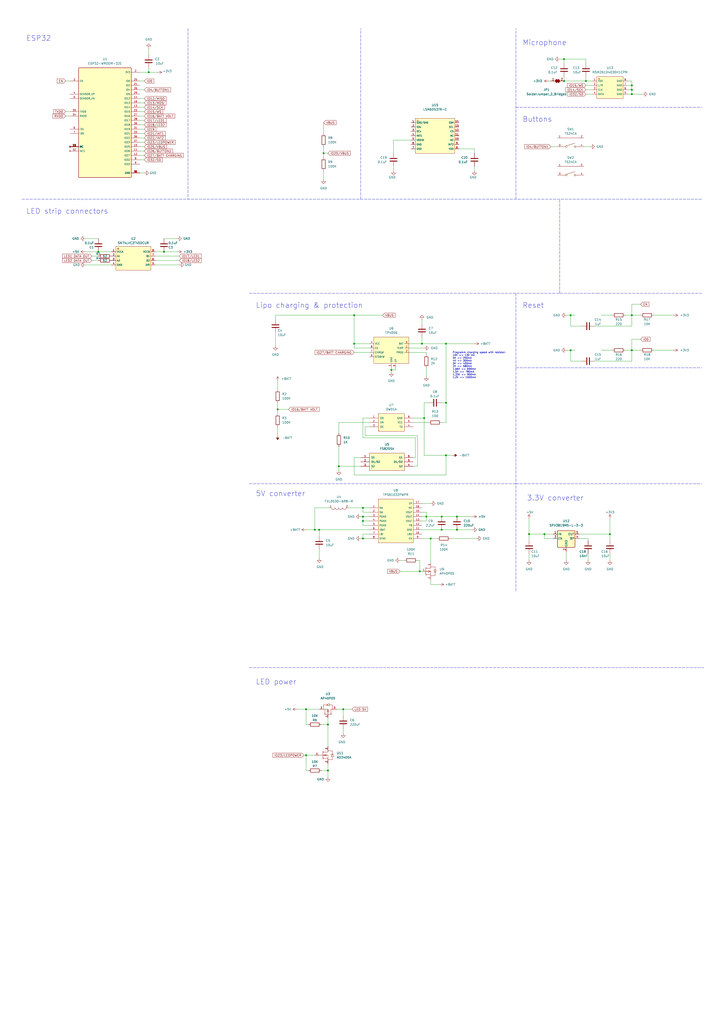
<source format=kicad_sch>
(kicad_sch (version 20211123) (generator eeschema)
  (paper "A2" portrait)
  (junction (at 210.82 312.42))
  (junction (at 243.84 331.47))
  (junction (at 327.66 34.29))
  (junction (at 227.33 214.63))
  (junction (at 340.36 46.99))
  (junction (at 354.33 309.88))
  (junction (at 367.03 203.2))
  (junction (at 259.08 264.16))
  (junction (at 86.36 41.91))
  (junction (at 256.54 299.72))
  (junction (at 190.5 420.37))
  (junction (at 190.5 447.04))
  (junction (at 256.54 307.34))
  (junction (at 367.03 182.88))
  (junction (at 331.47 203.2))
  (junction (at 367.03 49.53))
  (junction (at 196.85 270.51))
  (junction (at 307.34 309.88))
  (junction (at 316.23 309.88))
  (junction (at 57.15 146.05))
  (junction (at 177.8 438.15))
  (junction (at 177.8 411.48))
  (junction (at 367.03 54.61))
  (junction (at 245.11 199.39))
  (junction (at 185.42 307.34))
  (junction (at 259.08 199.39))
  (junction (at 210.82 299.72))
  (junction (at 161.29 237.49))
  (junction (at 250.19 312.42))
  (junction (at 205.74 182.88))
  (junction (at 367.03 52.07))
  (junction (at 331.47 182.88))
  (junction (at 205.74 199.39))
  (junction (at 182.88 307.34))
  (junction (at 265.43 307.34))
  (junction (at 259.08 233.68))
  (junction (at 95.25 146.05))
  (junction (at 210.82 302.26))
  (junction (at 210.82 294.64))
  (junction (at 327.66 46.99))
  (junction (at 247.65 299.72))
  (junction (at 246.38 242.57))
  (junction (at 187.96 88.9))
  (junction (at 199.39 411.48))
  (junction (at 265.43 299.72))
  (wire (pts (xy 205.74 275.59) (xy 259.08 275.59)))
  (wire (pts (xy 214.63 309.88) (xy 210.82 309.88)))
  (wire (pts (xy 227.33 214.63) (xy 227.33 215.9)))
  (wire (pts (xy 195.58 411.48) (xy 199.39 411.48)))
  (wire (pts (xy 83.82 57.15) (xy 81.28 57.15)))
  (wire (pts (xy 179.07 420.37) (xy 177.8 420.37)))
  (wire (pts (xy 187.96 88.9) (xy 187.96 91.44)))
  (wire (pts (xy 241.3 254) (xy 210.82 254)))
  (polyline (pts (xy 299.72 170.18) (xy 299.72 280.67)))
  (polyline (pts (xy 12.7 115.57) (xy 407.67 115.57)))
  (wire (pts (xy 83.82 92.71) (xy 81.28 92.71)))
  (wire (pts (xy 177.8 411.48) (xy 185.42 411.48)))
  (wire (pts (xy 210.82 297.18) (xy 210.82 294.64)))
  (wire (pts (xy 232.41 331.47) (xy 243.84 331.47)))
  (wire (pts (xy 247.65 302.26) (xy 247.65 299.72)))
  (wire (pts (xy 196.85 259.08) (xy 196.85 270.51)))
  (wire (pts (xy 185.42 318.77) (xy 185.42 323.85)))
  (wire (pts (xy 367.03 182.88) (xy 367.03 189.23)))
  (wire (pts (xy 196.85 245.11) (xy 196.85 251.46)))
  (wire (pts (xy 243.84 325.12) (xy 243.84 331.47)))
  (wire (pts (xy 228.6 81.28) (xy 228.6 88.9)))
  (wire (pts (xy 53.34 151.13) (xy 57.15 151.13)))
  (wire (pts (xy 205.74 201.93) (xy 205.74 199.39)))
  (wire (pts (xy 247.65 299.72) (xy 256.54 299.72)))
  (wire (pts (xy 363.22 203.2) (xy 367.03 203.2)))
  (wire (pts (xy 210.82 254) (xy 210.82 242.57)))
  (wire (pts (xy 229.87 213.36) (xy 229.87 214.63)))
  (wire (pts (xy 247.65 297.18) (xy 247.65 299.72)))
  (wire (pts (xy 81.28 69.85) (xy 83.82 69.85)))
  (wire (pts (xy 328.93 203.2) (xy 331.47 203.2)))
  (wire (pts (xy 364.49 49.53) (xy 367.03 49.53)))
  (wire (pts (xy 250.19 312.42) (xy 250.19 326.39)))
  (wire (pts (xy 275.59 96.52) (xy 275.59 99.06)))
  (wire (pts (xy 214.63 245.11) (xy 196.85 245.11)))
  (wire (pts (xy 190.5 420.37) (xy 190.5 433.07)))
  (wire (pts (xy 83.82 59.69) (xy 81.28 59.69)))
  (wire (pts (xy 214.63 304.8) (xy 210.82 304.8)))
  (wire (pts (xy 177.8 438.15) (xy 182.88 438.15)))
  (wire (pts (xy 307.34 309.88) (xy 316.23 309.88)))
  (wire (pts (xy 210.82 312.42) (xy 214.63 312.42)))
  (wire (pts (xy 307.34 300.99) (xy 307.34 309.88)))
  (wire (pts (xy 182.88 294.64) (xy 182.88 307.34)))
  (polyline (pts (xy 346.71 170.18) (xy 407.67 170.18)))
  (wire (pts (xy 210.82 242.57) (xy 214.63 242.57)))
  (wire (pts (xy 245.11 302.26) (xy 247.65 302.26)))
  (wire (pts (xy 337.82 189.23) (xy 331.47 189.23)))
  (wire (pts (xy 250.19 339.09) (xy 250.19 336.55)))
  (wire (pts (xy 248.92 233.68) (xy 246.38 233.68)))
  (wire (pts (xy 331.47 182.88) (xy 334.01 182.88)))
  (wire (pts (xy 245.11 292.1) (xy 250.19 292.1)))
  (wire (pts (xy 186.69 447.04) (xy 190.5 447.04)))
  (wire (pts (xy 227.33 213.36) (xy 227.33 214.63)))
  (polyline (pts (xy 144.78 280.67) (xy 299.72 280.67)))
  (wire (pts (xy 95.25 138.43) (xy 102.87 138.43)))
  (wire (pts (xy 214.63 302.26) (xy 210.82 302.26)))
  (wire (pts (xy 212.09 247.65) (xy 212.09 252.73)))
  (wire (pts (xy 379.73 182.88) (xy 391.16 182.88)))
  (wire (pts (xy 240.03 265.43) (xy 241.3 265.43)))
  (wire (pts (xy 320.04 85.09) (xy 323.85 85.09)))
  (wire (pts (xy 262.89 264.16) (xy 259.08 264.16)))
  (wire (pts (xy 255.27 339.09) (xy 250.19 339.09)))
  (wire (pts (xy 57.15 146.05) (xy 64.77 146.05)))
  (polyline (pts (xy 299.72 342.9) (xy 299.72 280.67)))
  (wire (pts (xy 340.36 36.83) (xy 340.36 34.29)))
  (wire (pts (xy 237.49 199.39) (xy 245.11 199.39)))
  (wire (pts (xy 354.33 321.31) (xy 354.33 325.12)))
  (wire (pts (xy 275.59 86.36) (xy 266.7 86.36)))
  (wire (pts (xy 327.66 36.83) (xy 327.66 34.29)))
  (wire (pts (xy 81.28 52.07) (xy 83.82 52.07)))
  (wire (pts (xy 86.36 39.37) (xy 86.36 41.91)))
  (wire (pts (xy 160.02 182.88) (xy 205.74 182.88)))
  (wire (pts (xy 367.03 209.55) (xy 345.44 209.55)))
  (wire (pts (xy 245.11 307.34) (xy 256.54 307.34)))
  (wire (pts (xy 90.17 148.59) (xy 104.14 148.59)))
  (wire (pts (xy 81.28 82.55) (xy 83.82 82.55)))
  (wire (pts (xy 240.03 242.57) (xy 246.38 242.57)))
  (wire (pts (xy 367.03 176.53) (xy 372.11 176.53)))
  (wire (pts (xy 307.34 321.31) (xy 307.34 325.12)))
  (wire (pts (xy 210.82 294.64) (xy 214.63 294.64)))
  (wire (pts (xy 186.69 420.37) (xy 190.5 420.37)))
  (wire (pts (xy 228.6 96.52) (xy 228.6 99.06)))
  (wire (pts (xy 90.17 153.67) (xy 104.14 153.67)))
  (wire (pts (xy 81.28 87.63) (xy 83.82 87.63)))
  (wire (pts (xy 256.54 233.68) (xy 259.08 233.68)))
  (wire (pts (xy 256.54 299.72) (xy 265.43 299.72)))
  (wire (pts (xy 240.03 245.11) (xy 248.92 245.11)))
  (wire (pts (xy 354.33 309.88) (xy 354.33 313.69)))
  (wire (pts (xy 81.28 90.17) (xy 83.82 90.17)))
  (wire (pts (xy 327.66 46.99) (xy 340.36 46.99)))
  (wire (pts (xy 367.03 203.2) (xy 367.03 209.55)))
  (wire (pts (xy 307.34 313.69) (xy 307.34 309.88)))
  (wire (pts (xy 331.47 189.23) (xy 331.47 182.88)))
  (wire (pts (xy 340.36 46.99) (xy 344.17 46.99)))
  (wire (pts (xy 367.03 46.99) (xy 367.03 49.53)))
  (wire (pts (xy 340.36 54.61) (xy 344.17 54.61)))
  (wire (pts (xy 83.82 100.33) (xy 81.28 100.33)))
  (wire (pts (xy 95.25 146.05) (xy 102.87 146.05)))
  (wire (pts (xy 161.29 247.65) (xy 161.29 252.73)))
  (wire (pts (xy 245.11 299.72) (xy 247.65 299.72)))
  (polyline (pts (xy 299.72 62.23) (xy 407.67 62.23)))
  (wire (pts (xy 247.65 204.47) (xy 247.65 205.74)))
  (wire (pts (xy 81.28 74.93) (xy 83.82 74.93)))
  (wire (pts (xy 86.36 27.94) (xy 86.36 31.75)))
  (wire (pts (xy 237.49 204.47) (xy 247.65 204.47)))
  (wire (pts (xy 38.1 67.31) (xy 40.64 67.31)))
  (wire (pts (xy 214.63 204.47) (xy 205.74 204.47)))
  (wire (pts (xy 355.6 182.88) (xy 349.25 182.88)))
  (wire (pts (xy 214.63 247.65) (xy 212.09 247.65)))
  (polyline (pts (xy 209.55 115.57) (xy 209.55 16.51)))
  (wire (pts (xy 53.34 148.59) (xy 57.15 148.59)))
  (wire (pts (xy 245.11 312.42) (xy 250.19 312.42)))
  (wire (pts (xy 83.82 80.01) (xy 81.28 80.01)))
  (wire (pts (xy 83.82 77.47) (xy 81.28 77.47)))
  (wire (pts (xy 337.82 209.55) (xy 331.47 209.55)))
  (wire (pts (xy 209.55 299.72) (xy 210.82 299.72)))
  (wire (pts (xy 342.9 85.09) (xy 339.09 85.09)))
  (wire (pts (xy 161.29 233.68) (xy 161.29 237.49)))
  (wire (pts (xy 81.28 67.31) (xy 83.82 67.31)))
  (wire (pts (xy 81.28 72.39) (xy 83.82 72.39)))
  (wire (pts (xy 160.02 185.42) (xy 160.02 182.88)))
  (wire (pts (xy 161.29 237.49) (xy 167.64 237.49)))
  (wire (pts (xy 250.19 312.42) (xy 254 312.42)))
  (wire (pts (xy 367.03 49.53) (xy 367.03 52.07)))
  (wire (pts (xy 201.93 294.64) (xy 210.82 294.64)))
  (wire (pts (xy 199.39 411.48) (xy 199.39 415.29)))
  (polyline (pts (xy 299.72 280.67) (xy 407.67 280.67)))
  (wire (pts (xy 265.43 299.72) (xy 274.32 299.72)))
  (wire (pts (xy 341.63 312.42) (xy 341.63 313.69)))
  (wire (pts (xy 196.85 270.51) (xy 196.85 273.05)))
  (wire (pts (xy 364.49 52.07) (xy 367.03 52.07)))
  (wire (pts (xy 363.22 182.88) (xy 367.03 182.88)))
  (wire (pts (xy 210.82 304.8) (xy 210.82 302.26)))
  (wire (pts (xy 241.3 265.43) (xy 241.3 254)))
  (wire (pts (xy 161.29 220.98) (xy 161.29 226.06)))
  (wire (pts (xy 245.11 199.39) (xy 245.11 195.58)))
  (polyline (pts (xy 299.72 115.57) (xy 299.72 16.51)))
  (wire (pts (xy 83.82 46.99) (xy 81.28 46.99)))
  (wire (pts (xy 245.11 297.18) (xy 247.65 297.18)))
  (wire (pts (xy 57.15 138.43) (xy 49.53 138.43)))
  (wire (pts (xy 341.63 321.31) (xy 341.63 325.12)))
  (wire (pts (xy 187.96 71.12) (xy 187.96 77.47)))
  (wire (pts (xy 214.63 297.18) (xy 210.82 297.18)))
  (wire (pts (xy 336.55 312.42) (xy 341.63 312.42)))
  (wire (pts (xy 199.39 411.48) (xy 204.47 411.48)))
  (wire (pts (xy 212.09 252.73) (xy 242.57 252.73)))
  (wire (pts (xy 367.03 182.88) (xy 367.03 176.53)))
  (wire (pts (xy 247.65 213.36) (xy 247.65 218.44)))
  (wire (pts (xy 256.54 245.11) (xy 259.08 245.11)))
  (wire (pts (xy 316.23 309.88) (xy 321.31 309.88)))
  (wire (pts (xy 372.11 203.2) (xy 367.03 203.2)))
  (wire (pts (xy 199.39 422.91) (xy 199.39 425.45)))
  (wire (pts (xy 327.66 34.29) (xy 325.12 34.29)))
  (wire (pts (xy 205.74 265.43) (xy 209.55 265.43)))
  (wire (pts (xy 246.38 264.16) (xy 246.38 242.57)))
  (wire (pts (xy 191.77 294.64) (xy 182.88 294.64)))
  (wire (pts (xy 379.73 203.2) (xy 391.16 203.2)))
  (wire (pts (xy 179.07 447.04) (xy 177.8 447.04)))
  (wire (pts (xy 205.74 182.88) (xy 222.25 182.88)))
  (wire (pts (xy 185.42 307.34) (xy 214.63 307.34)))
  (wire (pts (xy 364.49 46.99) (xy 367.03 46.99)))
  (wire (pts (xy 210.82 309.88) (xy 210.82 312.42)))
  (wire (pts (xy 340.36 44.45) (xy 340.36 46.99)))
  (wire (pts (xy 261.62 312.42) (xy 276.86 312.42)))
  (wire (pts (xy 328.93 182.88) (xy 331.47 182.88)))
  (wire (pts (xy 210.82 299.72) (xy 214.63 299.72)))
  (wire (pts (xy 246.38 233.68) (xy 246.38 242.57)))
  (wire (pts (xy 86.36 41.91) (xy 81.28 41.91)))
  (wire (pts (xy 229.87 214.63) (xy 227.33 214.63)))
  (wire (pts (xy 210.82 302.26) (xy 210.82 299.72)))
  (wire (pts (xy 321.31 312.42) (xy 316.23 312.42)))
  (wire (pts (xy 331.47 203.2) (xy 334.01 203.2)))
  (wire (pts (xy 318.77 46.99) (xy 320.04 46.99)))
  (wire (pts (xy 176.53 438.15) (xy 177.8 438.15)))
  (polyline (pts (xy 144.78 170.18) (xy 346.71 170.18)))
  (wire (pts (xy 367.03 52.07) (xy 367.03 54.61)))
  (wire (pts (xy 238.76 81.28) (xy 228.6 81.28)))
  (wire (pts (xy 372.11 182.88) (xy 367.03 182.88)))
  (wire (pts (xy 232.41 325.12) (xy 234.95 325.12)))
  (wire (pts (xy 177.8 307.34) (xy 182.88 307.34)))
  (wire (pts (xy 190.5 447.04) (xy 190.5 450.85)))
  (wire (pts (xy 259.08 233.68) (xy 259.08 245.11)))
  (wire (pts (xy 185.42 307.34) (xy 185.42 311.15)))
  (polyline (pts (xy 109.22 16.51) (xy 109.22 115.57)))
  (wire (pts (xy 81.28 85.09) (xy 83.82 85.09)))
  (wire (pts (xy 355.6 203.2) (xy 349.25 203.2)))
  (wire (pts (xy 259.08 199.39) (xy 259.08 233.68)))
  (wire (pts (xy 205.74 199.39) (xy 205.74 182.88)))
  (wire (pts (xy 259.08 199.39) (xy 275.59 199.39)))
  (wire (pts (xy 160.02 193.04) (xy 160.02 200.66)))
  (wire (pts (xy 237.49 201.93) (xy 246.38 201.93)))
  (wire (pts (xy 209.55 312.42) (xy 210.82 312.42)))
  (wire (pts (xy 49.53 153.67) (xy 64.77 153.67)))
  (wire (pts (xy 214.63 199.39) (xy 205.74 199.39)))
  (wire (pts (xy 265.43 307.34) (xy 274.32 307.34)))
  (wire (pts (xy 245.11 199.39) (xy 259.08 199.39)))
  (wire (pts (xy 83.82 64.77) (xy 81.28 64.77)))
  (wire (pts (xy 49.53 146.05) (xy 57.15 146.05)))
  (wire (pts (xy 214.63 201.93) (xy 205.74 201.93)))
  (wire (pts (xy 367.03 189.23) (xy 345.44 189.23)))
  (wire (pts (xy 190.5 443.23) (xy 190.5 447.04)))
  (wire (pts (xy 161.29 237.49) (xy 161.29 240.03)))
  (wire (pts (xy 177.8 447.04) (xy 177.8 438.15)))
  (wire (pts (xy 259.08 275.59) (xy 259.08 264.16)))
  (wire (pts (xy 364.49 54.61) (xy 367.03 54.61)))
  (polyline (pts (xy 299.72 213.36) (xy 407.67 213.36)))
  (wire (pts (xy 177.8 420.37) (xy 177.8 411.48)))
  (wire (pts (xy 243.84 331.47) (xy 245.11 331.47)))
  (wire (pts (xy 83.82 62.23) (xy 81.28 62.23)))
  (wire (pts (xy 90.17 146.05) (xy 95.25 146.05)))
  (wire (pts (xy 327.66 34.29) (xy 340.36 34.29)))
  (polyline (pts (xy 325.12 170.18) (xy 325.12 115.57)))
  (wire (pts (xy 367.03 196.85) (xy 372.11 196.85)))
  (wire (pts (xy 367.03 54.61) (xy 373.38 54.61)))
  (wire (pts (xy 259.08 264.16) (xy 246.38 264.16)))
  (polyline (pts (xy 144.78 387.35) (xy 408.94 387.35)))
  (wire (pts (xy 205.74 275.59) (xy 205.74 265.43)))
  (wire (pts (xy 38.1 46.99) (xy 40.64 46.99)))
  (wire (pts (xy 242.57 325.12) (xy 243.84 325.12)))
  (wire (pts (xy 190.5 416.56) (xy 190.5 420.37)))
  (wire (pts (xy 336.55 309.88) (xy 354.33 309.88)))
  (wire (pts (xy 196.85 270.51) (xy 209.55 270.51)))
  (wire (pts (xy 275.59 88.9) (xy 275.59 86.36)))
  (wire (pts (xy 354.33 300.99) (xy 354.33 309.88)))
  (wire (pts (xy 172.72 411.48) (xy 177.8 411.48)))
  (wire (pts (xy 340.36 49.53) (xy 344.17 49.53)))
  (wire (pts (xy 367.03 203.2) (xy 367.03 196.85)))
  (wire (pts (xy 240.03 270.51) (xy 242.57 270.51)))
  (wire (pts (xy 340.36 52.07) (xy 344.17 52.07)))
  (wire (pts (xy 316.23 312.42) (xy 316.23 309.88)))
  (wire (pts (xy 242.57 252.73) (xy 242.57 270.51)))
  (wire (pts (xy 91.44 41.91) (xy 86.36 41.91)))
  (wire (pts (xy 256.54 307.34) (xy 265.43 307.34)))
  (wire (pts (xy 245.11 185.42) (xy 245.11 187.96)))
  (wire (pts (xy 187.96 99.06) (xy 187.96 104.14)))
  (wire (pts (xy 328.93 320.04) (xy 328.93 325.12)))
  (wire (pts (xy 187.96 85.09) (xy 187.96 88.9)))
  (wire (pts (xy 182.88 307.34) (xy 185.42 307.34)))
  (wire (pts (xy 190.5 88.9) (xy 187.96 88.9)))
  (wire (pts (xy 327.66 44.45) (xy 327.66 46.99)))
  (wire (pts (xy 331.47 209.55) (xy 331.47 203.2)))
  (wire (pts (xy 38.1 64.77) (xy 40.64 64.77)))
  (wire (pts (xy 90.17 151.13) (xy 104.14 151.13)))
  (text "5V converter" (at 148.59 288.29 0) (effects (font (size 3 3)) (justify left bottom)))
  (text "LED power" (at 148.59 397.51 0) (effects (font (size 3 3)) (justify left bottom)))
  (text "Buttons" (at 303.53 71.12 0) (effects (font (size 3 3)) (justify left bottom)))
  (text "3.3V converter" (at 306.07 290.83 0) (effects (font (size 3 3)) (justify left bottom)))
  (text "Microphone" (at 303.53 26.67 0) (effects (font (size 3 3)) (justify left bottom)))
  (text "Reset" (at 303.53 179.07 0) (effects (font (size 3 3)) (justify left bottom)))
  (text "LED strip connectors" (at 15.24 124.4599 0) (effects (font (size 3 3)) (justify left bottom)))
  (text "Lipo charging & protection" (at 148.59 179.07 0) (effects (font (size 3 3)) (justify left bottom)))
  (text "ESP32" (at 15.24 24.13 0) (effects (font (size 3 3)) (justify left bottom)))
  (text "Programm charging speed with resistor:\n10K => 130 mA \n5K => 250mA\n4K => 300mA\n3K => 400mA \n2K => 580mA \n1.66K => 690mA\n1.5K => 780mA \n1.33K => 900mA\n1.2K => 1000mA" (at 262.89 219.71 0) (effects (font (size 1 1)) (justify left bottom)))
  (global_label "IO15{slash}WS" (shape input) (at 83.82 64.77 0) (property "Intersheet References" "${INTERSHEET_REFS}" (effects hide)))
  (global_label "IO18{slash}LED2" (shape input) (at 104.14 151.13 0) (property "Intersheet References" "${INTERSHEET_REFS}" (effects hide)))
  (global_label "IO4{slash}BUTTON1" (shape input) (at 320.04 85.09 180) (property "Intersheet References" "${INTERSHEET_REFS}" (effects hide)))
  (global_label "RXD0" (shape input) (at 38.1 67.31 180) (property "Intersheet References" "${INTERSHEET_REFS}" (effects hide)))
  (global_label "IO32{slash}SD" (shape input) (at 340.36 54.61 180) (property "Intersheet References" "${INTERSHEET_REFS}" (effects hide)))
  (global_label "IO23{slash}LEDPOWER" (shape input) (at 176.53 438.15 180) (property "Intersheet References" "${INTERSHEET_REFS}" (effects hide)))
  (global_label "LED1 DATA OUT" (shape input) (at 53.34 148.59 180) (property "Intersheet References" "${INTERSHEET_REFS}" (effects hide)))
  (global_label "TXD0" (shape input) (at 38.1 64.77 180) (property "Intersheet References" "${INTERSHEET_REFS}" (effects hide)))
  (global_label "IO12{slash}MISO" (shape input) (at 83.82 57.15 0) (property "Intersheet References" "${INTERSHEET_REFS}" (effects hide)))
  (global_label "IO16{slash}BATT VOLT" (shape input) (at 167.64 237.49 0) (property "Intersheet References" "${INTERSHEET_REFS}" (effects hide)))
  (global_label "LED2 DATA OUT" (shape input) (at 53.34 151.13 180) (property "Intersheet References" "${INTERSHEET_REFS}" (effects hide)))
  (global_label "IO25{slash}VBUS" (shape input) (at 190.5 88.9 0) (property "Intersheet References" "${INTERSHEET_REFS}" (effects hide)))
  (global_label "LED 5V" (shape input) (at 204.47 411.48 0) (property "Intersheet References" "${INTERSHEET_REFS}" (effects hide)))
  (global_label "IO0" (shape input) (at 83.82 46.99 0) (property "Intersheet References" "${INTERSHEET_REFS}" (effects hide)))
  (global_label "IO0" (shape input) (at 372.11 196.85 0) (property "Intersheet References" "${INTERSHEET_REFS}" (effects hide)))
  (global_label "IO21{slash}INT1" (shape input) (at 83.82 77.47 0) (property "Intersheet References" "${INTERSHEET_REFS}" (effects hide)))
  (global_label "IO14{slash}SCK" (shape input) (at 83.82 62.23 0) (property "Intersheet References" "${INTERSHEET_REFS}" (effects hide)))
  (global_label "VBUS" (shape input) (at 232.41 331.47 180) (property "Intersheet References" "${INTERSHEET_REFS}" (effects hide)))
  (global_label "IO26{slash}BUTTON2" (shape input) (at 83.82 87.63 0) (property "Intersheet References" "${INTERSHEET_REFS}" (effects hide)))
  (global_label "IO19" (shape input) (at 83.82 74.93 0) (property "Intersheet References" "${INTERSHEET_REFS}" (effects hide)))
  (global_label "IO17{slash}LED1" (shape input) (at 83.82 69.85 0) (property "Intersheet References" "${INTERSHEET_REFS}" (effects hide)))
  (global_label "IO27{slash}BATT CHARGING" (shape input) (at 205.74 204.47 180) (property "Intersheet References" "${INTERSHEET_REFS}" (effects hide)))
  (global_label "IO15{slash}WS" (shape input) (at 340.36 49.53 180) (property "Intersheet References" "${INTERSHEET_REFS}" (effects hide)))
  (global_label "IO14{slash}SCK" (shape input) (at 340.36 52.07 180) (property "Intersheet References" "${INTERSHEET_REFS}" (effects hide)))
  (global_label "IO23{slash}LEDPOWER" (shape input) (at 83.82 82.55 0) (property "Intersheet References" "${INTERSHEET_REFS}" (effects hide)))
  (global_label "IO22{slash}INT2" (shape input) (at 83.82 80.01 0) (property "Intersheet References" "${INTERSHEET_REFS}" (effects hide)))
  (global_label "IO18{slash}LED2" (shape input) (at 83.82 72.39 0) (property "Intersheet References" "${INTERSHEET_REFS}" (effects hide)))
  (global_label "IO17{slash}LED1" (shape input) (at 104.14 148.59 0) (property "Intersheet References" "${INTERSHEET_REFS}" (effects hide)))
  (global_label "IO13{slash}MOSI" (shape input) (at 83.82 59.69 0) (property "Intersheet References" "${INTERSHEET_REFS}" (effects hide)))
  (global_label "EN" (shape input) (at 38.1 46.99 180) (property "Intersheet References" "${INTERSHEET_REFS}" (effects hide)))
  (global_label "IO32{slash}SD" (shape input) (at 83.82 92.71 0) (property "Intersheet References" "${INTERSHEET_REFS}" (effects hide)))
  (global_label "VBUS" (shape input) (at 222.25 182.88 0) (property "Intersheet References" "${INTERSHEET_REFS}" (effects hide)))
  (global_label "IO27{slash}BATT CHARGING" (shape input) (at 83.82 90.17 0) (property "Intersheet References" "${INTERSHEET_REFS}" (effects hide)))
  (global_label "IO25{slash}VBUS" (shape input) (at 83.82 85.09 0) (property "Intersheet References" "${INTERSHEET_REFS}" (effects hide)))
  (global_label "IO4{slash}BUTTON1" (shape input) (at 83.82 52.07 0) (property "Intersheet References" "${INTERSHEET_REFS}" (effects hide)))
  (global_label "VBUS" (shape input) (at 187.96 71.12 0) (property "Intersheet References" "${INTERSHEET_REFS}" (effects hide)))
  (global_label "IO16{slash}BATT VOLT" (shape input) (at 83.82 67.31 0) (property "Intersheet References" "${INTERSHEET_REFS}" (effects hide)))
  (global_label "EN" (shape input) (at 372.11 176.53 0) (property "Intersheet References" "${INTERSHEET_REFS}" (effects hide)))
  (symbol (lib_id "power:GND") (at 250.19 292.1 90) (mirror x) (unit 1)
    (property "Reference" "#PWR0105" (effects hide))
    (property "Value" "GND" (at 257.81 292.1 90) (effects (justify left)))
  )
  (symbol (lib_id "power:GND") (at 275.59 99.06 0) (mirror y) (unit 1)
    (property "Reference" "#PWR0152" (effects hide))
    (property "Value" "GND" (at 276.86 102.87 0) (effects (justify left)))
  )
  (symbol (lib_id "power:GND") (at 228.6 99.06 0) (mirror y) (unit 1)
    (property "Reference" "#PWR0151" (effects hide))
    (property "Value" "GND" (at 229.87 102.87 0) (effects (justify left)))
  )
  (symbol (lib_id "power:+BATT") (at 255.27 339.09 270) (unit 1)
    (property "Reference" "#PWR0119" (effects hide))
    (property "Value" "+BATT" (at 261.62 339.09 90))
  )
  (symbol (lib_id "power:+3.3V") (at 391.16 182.88 270) (unit 1)
    (property "Reference" "#PWR0142" (effects hide))
    (property "Value" "+3.3V" (at 394.97 182.8799 90) (effects (justify left)))
  )
  (symbol (lib_id "Device:R") (at 161.29 243.84 180) (unit 1)
    (property "Reference" "R3" (at 163.83 242.5699 0) (effects (justify right)))
    (property "Value" "100K" (at 163.83 245.1099 0) (effects (justify right)))
    (property "Footprint" "Resistor_SMD:R_0402_1005Metric" (effects hide))
    (property "LCSC #" "C25741" (effects hide))
  )
  (symbol (lib_id "Device:10uF 0603") (at 86.36 35.56 0) (unit 1)
    (property "Reference" "C2" (at 92.71 34.29 0) (effects (justify right)))
    (property "Value" "10uF" (at 95.25 36.83 0) (effects (justify right)))
    (property "Footprint" "Capacitor_SMD:C_0603_1608Metric" (effects hide))
    (property "Datasheet" "https://datasheet.lcsc.com/lcsc/2010151208_SANYEAR-C0603X5R106K250NT_C729457.pdf" (effects hide))
    (property "Description" "25V 10uF ±10% 0603 Multilayer Ceramic Capacitors MLCC - SMD/SMT ROHS" (effects hide))
    (property "100+" "€0.0537" (effects hide))
    (property "LCSC #" "C96446" (effects hide))
  )
  (symbol (lib_id "power:GND") (at 102.87 138.43 90) (unit 1)
    (property "Reference" "#PWR0129" (effects hide))
    (property "Value" "GND" (at 110.49 138.43 90) (effects (justify left)))
  )
  (symbol (lib_id "power:+3.3V") (at 354.33 300.99 0) (unit 1)
    (property "Reference" "#PWR0123" (effects hide))
    (property "Value" "+3.3V" (at 354.33 297.18 0))
  )
  (symbol (lib_id "Device:0.1uF 0603") (at 228.6 92.71 0) (mirror y) (unit 1)
    (property "Reference" "C19" (at 224.79 91.4399 0) (effects (justify left)))
    (property "Value" "0.1uF" (at 224.79 93.9799 0) (effects (justify left)))
    (property "Footprint" "Capacitor_SMD:C_0402_1005Metric" (effects hide))
    (property "LCSC #" "C1525" (effects hide))
  )
  (symbol (lib_id "Device:R") (at 161.29 229.87 180) (unit 1)
    (property "Reference" "R2" (at 163.83 228.5999 0) (effects (justify right)))
    (property "Value" "100K" (at 163.83 231.1399 0) (effects (justify right)))
    (property "Footprint" "Resistor_SMD:R_0402_1005Metric" (effects hide))
    (property "LCSC #" "C25741" (effects hide))
  )
  (symbol (lib_id "Device:0.1uF_0603") (at 252.73 233.68 90) (unit 1)
    (property "Reference" "C8" (at 254 227.33 90) (effects (justify left)))
    (property "Value" "0.1uF" (at 255.27 229.87 90) (effects (justify left)))
    (property "Footprint" "Capacitor_SMD:C_0402_1005Metric" (effects hide))
    (property "Datasheet" "https://datasheet.lcsc.com/lcsc/2006111737_AVX-06035C104K4Z2A_C597194.pdf" (effects hide))
    (property "Description" "50V 100nF X7R ±10% 0603 Multilayer Ceramic Capacitors MLCC - SMD/SMT ROHS" (effects hide))
    (property "LCSC #" "C1525" (effects hide))
  )
  (symbol (lib_id "Device:10K 0603") (at 359.41 182.88 90) (unit 1)
    (property "Reference" "R15" (at 359.41 185.42 90))
    (property "Value" "220" (at 359.41 187.96 90))
    (property "Footprint" "Resistor_SMD:R_0402_1005Metric" (effects hide))
    (property "Datasheet" "https://datasheet.lcsc.com/lcsc/1811101934_YAGEO-RC0603FR-0710KL_C98220.pdf" (effects hide))
    (property "Description" "±1% 100mW 75V ±100ppm/℃ -55℃~+155℃ 10kΩ 0603 Chip Resistor - Surface Mount ROHS" (effects hide))
    (property "100+" "€0.0011" (effects hide))
    (property "1000+" "€0.0009" (effects hide))
    (property "LCSC #" "C25091" (effects hide))
  )
  (symbol (lib_id "power:GND") (at 328.93 325.12 0) (unit 1)
    (property "Reference" "#PWR0115" (effects hide))
    (property "Value" "GND" (at 328.93 330.2 0))
  )
  (symbol (lib_id "Device:C") (at 199.39 419.1 0) (unit 1)
    (property "Reference" "C6" (at 203.2 417.8299 0) (effects (justify left)))
    (property "Value" "220uF" (at 203.2 420.3699 0) (effects (justify left)))
    (property "Footprint" "Capacitor_SMD:C_1206_3216Metric" (effects hide))
    (property "LCSC #" "C412252" (effects hide))
  )
  (symbol (lib_id "power:+BATT") (at 177.8 307.34 90) (unit 1)
    (property "Reference" "#PWR0120" (effects hide))
    (property "Value" "+BATT" (at 171.45 307.34 90))
  )
  (symbol (lib_id "Jumper:SolderJumper_2_Bridged") (at 323.85 46.99 0) (unit 1)
    (property "Reference" "JP1" (at 317.5 52.07 0))
    (property "Value" "SolderJumper_2_Bridged" (at 317.5 54.61 0))
    (property "Footprint" "Jumper:SolderJumper-2_P1.3mm_Bridged_RoundedPad1.0x1.5mm" (effects hide))
  )
  (symbol (lib_id "power:+3.3V") (at 318.77 46.99 90) (unit 1)
    (property "Reference" "#PWR0143" (effects hide))
    (property "Value" "+3.3V" (at 314.96 46.99 90) (effects (justify left)))
  )
  (symbol (lib_id "power:GND") (at 342.9 85.09 90) (unit 1)
    (property "Reference" "#PWR0144" (effects hide))
    (property "Value" "GND" (at 350.52 85.09 90) (effects (justify left)))
  )
  (symbol (lib_id "Device:C") (at 95.25 142.24 0) (mirror x) (unit 1)
    (property "Reference" "C3" (at 97.79 143.51 0) (effects (justify left)))
    (property "Value" "0.1uF" (at 97.79 140.97 0) (effects (justify left)))
    (property "Footprint" "Capacitor_SMD:C_0402_1005Metric" (effects hide))
    (property "LCSC #" "C1525" (effects hide))
  )
  (symbol (lib_id "power:GND") (at 104.14 153.67 90) (mirror x) (unit 1)
    (property "Reference" "#PWR0131" (effects hide))
    (property "Value" "GND" (at 109.22 153.67 90))
  )
  (symbol (lib_id "power:+BATT") (at 161.29 220.98 0) (unit 1)
    (property "Reference" "#PWR0112" (effects hide))
    (property "Value" "+BATT" (at 166.37 219.71 0))
  )
  (symbol (lib_id "power:GND") (at 274.32 307.34 90) (mirror x) (unit 1)
    (property "Reference" "#PWR0117" (effects hide))
    (property "Value" "GND" (at 281.94 307.34 90) (effects (justify left)))
  )
  (symbol (lib_id "Device:R") (at 257.81 312.42 90) (unit 1)
    (property "Reference" "R14" (at 257.81 316.23 90))
    (property "Value" "100K" (at 257.81 318.77 90))
    (property "Footprint" "Resistor_SMD:R_0402_1005Metric" (effects hide))
    (property "LCSC #" "C25741" (effects hide))
  )
  (symbol (lib_id "Device:R") (at 252.73 245.11 90) (unit 1)
    (property "Reference" "R13" (at 252.73 238.76 90))
    (property "Value" "100" (at 252.73 241.3 90))
    (property "Footprint" "Resistor_SMD:R_0402_1005Metric" (effects hide))
    (property "LCSC #" "C25076" (effects hide))
  )
  (symbol (lib_id "Device:0.1uF 0603") (at 340.36 40.64 0) (mirror y) (unit 1)
    (property "Reference" "C13" (at 332.74 39.37 0) (effects (justify right)))
    (property "Value" "10uF" (at 332.74 41.91 0) (effects (justify right)))
    (property "Footprint" "Capacitor_SMD:C_0603_1608Metric" (effects hide))
    (property "LCSC #" "C96446" (effects hide))
  )
  (symbol (lib_id "power:+5V") (at 49.53 146.05 90) (mirror x) (unit 1)
    (property "Reference" "#PWR0133" (effects hide))
    (property "Value" "+5V" (at 41.91 146.05 90) (effects (justify right)))
  )
  (symbol (lib_id "power:+3.3V") (at 91.44 41.91 270) (unit 1)
    (property "Reference" "#PWR0141" (effects hide))
    (property "Value" "+3.3V" (at 97.155 41.275 90))
  )
  (symbol (lib_id "Device:R") (at 60.96 148.59 270) (unit 1)
    (property "Reference" "R1" (at 57.15 147.32 90))
    (property "Value" "62" (at 60.96 148.59 90))
    (property "Footprint" "Resistor_SMD:R_0402_1005Metric" (effects hide))
    (property "LCSC #" "C4962" (effects hide))
  )
  (symbol (lib_id "power:GND") (at 328.93 182.88 270) (mirror x) (unit 1)
    (property "Reference" "#PWR0139" (effects hide))
    (property "Value" "GND" (at 321.31 182.88 90) (effects (justify left)))
  )
  (symbol (lib_id "MyParts:AP40P05") (at 250.19 330.2 0) (unit 1)
    (property "Reference" "U9" (at 255.27 330.1999 0) (effects (justify left)))
    (property "Value" "AP40P05" (at 255.27 332.7399 0) (effects (justify left)))
    (property "Footprint" "footprint:SOT-23-3_L2.9-W1.3-P1.90-LS2.4-BR" (effects hide))
    (property "Datasheet" "https://www.diodes.com/assets/Package-Files/SOT23.pdf" (effects hide))
    (property "LCSC #" "C2886385" (effects hide))
  )
  (symbol (lib_id "Device:C") (at 185.42 314.96 0) (unit 1)
    (property "Reference" "C5" (at 189.23 313.6899 0) (effects (justify left)))
    (property "Value" "10uF" (at 189.23 316.2299 0) (effects (justify left)))
    (property "Footprint" "Capacitor_SMD:C_0603_1608Metric" (effects hide))
    (property "LCSC #" "C96446" (effects hide))
  )
  (symbol (lib_id "MyParts:MSM261D4030H1CPM") (at 354.33 38.1 0) (unit 1)
    (property "Reference" "U13" (at 354.33 39.37 0))
    (property "Value" "MSM261D4030H1CPM" (at 354.33 41.91 0))
    (property "Footprint" "footprint:MIC-SMD_8P-L3.0-W4.0-P0.85-BL" (effects hide))
    (property "LCSC #" "C966942" (effects hide))
  )
  (symbol (lib_id "Device:10K 0603") (at 359.41 203.2 90) (unit 1)
    (property "Reference" "R16" (at 359.41 205.74 90))
    (property "Value" "220" (at 359.41 208.28 90))
    (property "Footprint" "Resistor_SMD:R_0402_1005Metric" (effects hide))
    (property "Datasheet" "https://datasheet.lcsc.com/lcsc/1811101934_YAGEO-RC0603FR-0710KL_C98220.pdf" (effects hide))
    (property "Description" "±1% 100mW 75V ±100ppm/℃ -55℃~+155℃ 10kΩ 0603 Chip Resistor - Surface Mount ROHS" (effects hide))
    (property "100+" "€0.0011" (effects hide))
    (property "1000+" "€0.0009" (effects hide))
    (property "LCSC #" "C25091" (effects hide))
  )
  (symbol (lib_id "Device:R") (at 238.76 325.12 270) (unit 1)
    (property "Reference" "R11" (at 238.76 321.31 90))
    (property "Value" "100K" (at 238.76 318.77 90))
    (property "Footprint" "Resistor_SMD:R_0402_1005Metric" (effects hide))
    (property "LCSC #" "C25741" (effects hide))
  )
  (symbol (lib_id "Device:C") (at 57.15 142.24 180) (unit 1)
    (property "Reference" "C1" (at 54.61 143.51 0) (effects (justify left)))
    (property "Value" "0.1uF" (at 54.61 140.97 0) (effects (justify left)))
    (property "Footprint" "Capacitor_SMD:C_0402_1005Metric" (effects hide))
    (property "LCSC #" "C1525" (effects hide))
  )
  (symbol (lib_id "MyParts:SN74LVC2T45DCUR") (at 77.47 130.81 0) (unit 1)
    (property "Reference" "U2" (at 77.47 138.43 0))
    (property "Value" "SN74LVC2T45DCUR" (at 77.47 140.97 0))
    (property "Footprint" "footprint:VSSOP-8_L2.4-W2.1-P0.50-LS3.2-BR" (effects hide))
    (property "Datasheet" "https://item.szlcsc.com/61761.html" (effects hide))
    (property "LCSC #" "C15741" (effects hide))
  )
  (symbol (lib_id "power:GND") (at 190.5 450.85 0) (unit 1)
    (property "Reference" "#PWR0125" (effects hide))
    (property "Value" "GND" (at 184.15 452.12 0) (effects (justify left)))
  )
  (symbol (lib_id "MyParts:AO3400A") (at 292.1 501.65 0) (unit 1)
    (property "Reference" "U11" (at 195.58 436.8799 0) (effects (justify left)))
    (property "Value" "AO3400A" (at 195.58 439.4199 0) (effects (justify left)))
    (property "Footprint" "footprint:SOT-23-3_L2.9-W1.6-P1.90-LS2.8-BR" (effects hide))
    (property "Datasheet" "https://item.szlcsc.com/14454.html" (effects hide))
    (property "LCSC #" "C20917" (effects hide))
  )
  (symbol (lib_id "Device:10uF 0603") (at 341.63 209.55 270) (unit 1)
    (property "Reference" "C15" (at 349.25 205.74 90) (effects (justify right)))
    (property "Value" "1uF" (at 349.25 208.28 90) (effects (justify right)))
    (property "Footprint" "Capacitor_SMD:C_0402_1005Metric" (effects hide))
    (property "LCSC #" "C52923" (effects hide))
  )
  (symbol (lib_id "power:-BATT") (at 161.29 252.73 180) (unit 1)
    (property "Reference" "#PWR0113" (effects hide))
    (property "Value" "-BATT" (at 163.83 253.9999 0) (effects (justify right)))
  )
  (symbol (lib_id "Device:R") (at 187.96 95.25 180) (unit 1)
    (property "Reference" "R9" (at 190.5 93.9799 0) (effects (justify right)))
    (property "Value" "100K" (at 190.5 96.5199 0) (effects (justify right)))
    (property "Footprint" "Resistor_SMD:R_0402_1005Metric" (effects hide))
    (property "LCSC #" "C25741" (effects hide))
  )
  (symbol (lib_id "power:GND") (at 232.41 325.12 270) (mirror x) (unit 1)
    (property "Reference" "#PWR0108" (effects hide))
    (property "Value" "GND" (at 224.79 325.12 90) (effects (justify left)))
  )
  (symbol (lib_id "MyParts:TPS61032PWPR") (at 229.87 289.56 0) (unit 1)
    (property "Reference" "U8" (at 229.87 284.48 0))
    (property "Value" "TPS61032PWPR" (at 229.87 287.02 0))
    (property "Footprint" "Package_SO:HTSSOP-16-1EP_4.4x5mm_P0.65mm_EP3.4x5mm_Mask2.46x2.31mm" (effects hide))
    (property "Datasheet" "https://item.szlcsc.com/80223.html" (effects hide))
    (property "LCSC #" "C88716" (effects hide))
  )
  (symbol (lib_id "power:GND") (at 185.42 323.85 0) (mirror y) (unit 1)
    (property "Reference" "#PWR0110" (effects hide))
    (property "Value" "GND" (at 187.96 328.93 0) (effects (justify left)))
  )
  (symbol (lib_id "power:GND") (at 83.82 100.33 90) (unit 1)
    (property "Reference" "#PWR0127" (effects hide))
    (property "Value" "GND" (at 88.9 100.33 90))
  )
  (symbol (lib_id "Device:10uF 0603") (at 354.33 317.5 180) (unit 1)
    (property "Reference" "C16" (at 349.25 320.04 0) (effects (justify right)))
    (property "Value" "10uF" (at 349.25 322.58 0) (effects (justify right)))
    (property "Footprint" "Capacitor_SMD:C_0603_1608Metric" (effects hide))
    (property "LCSC #" "C96446" (effects hide))
  )
  (symbol (lib_id "Device:10uF 0603") (at 160.02 189.23 180) (unit 1)
    (property "Reference" "C4" (at 161.29 191.77 0) (effects (justify right)))
    (property "Value" "10uF" (at 161.29 194.31 0) (effects (justify right)))
    (property "Footprint" "Capacitor_SMD:C_0603_1608Metric" (effects hide))
    (property "Datasheet" "https://datasheet.lcsc.com/lcsc/2010151208_SANYEAR-C0603X5R106K250NT_C729457.pdf" (effects hide))
    (property "Description" "25V 10uF ±10% 0603 Multilayer Ceramic Capacitors MLCC - SMD/SMT ROHS" (effects hide))
    (property "100+" "€0.0537" (effects hide))
    (property "LCSC #" "C96446" (effects hide))
  )
  (symbol (lib_id "Device:C") (at 265.43 303.53 0) (unit 1)
    (property "Reference" "C10" (at 269.24 302.2599 0) (effects (justify left)))
    (property "Value" "220uF" (at 269.24 304.7999 0) (effects (justify left)))
    (property "Footprint" "Capacitor_SMD:C_1206_3216Metric" (effects hide))
    (property "LCSC #" "C412252" (effects hide))
  )
  (symbol (lib_id "Device:R") (at 187.96 81.28 180) (unit 1)
    (property "Reference" "R8" (at 190.5 80.0099 0) (effects (justify right)))
    (property "Value" "100K" (at 190.5 82.5499 0) (effects (justify right)))
    (property "Footprint" "Resistor_SMD:R_0402_1005Metric" (effects hide))
    (property "LCSC #" "C25741" (effects hide))
  )
  (symbol (lib_id "power:GND") (at 49.53 153.67 270) (mirror x) (unit 1)
    (property "Reference" "#PWR0132" (effects hide))
    (property "Value" "GND" (at 44.45 153.67 90))
  )
  (symbol (lib_id "power:GND") (at 341.63 325.12 0) (unit 1)
    (property "Reference" "#PWR0138" (effects hide))
    (property "Value" "GND" (at 341.63 330.2 0))
  )
  (symbol (lib_id "power:GND") (at 227.33 215.9 0) (unit 1)
    (property "Reference" "#PWR0101" (effects hide))
    (property "Value" "GND" (at 227.33 220.98 0))
  )
  (symbol (lib_id "Device:0.1uF 0603") (at 327.66 40.64 0) (mirror y) (unit 1)
    (property "Reference" "C12" (at 323.85 39.3699 0) (effects (justify left)))
    (property "Value" "0.1uF" (at 323.85 41.9099 0) (effects (justify left)))
    (property "Footprint" "Capacitor_SMD:C_0402_1005Metric" (effects hide))
    (property "LCSC #" "C1525" (effects hide))
  )
  (symbol (lib_name "TS24CA_1") (lib_id "MyParts:TS24CA") (at 331.47 69.85 0) (unit 1)
    (property "Reference" "SW1" (at 331.47 74.93 0))
    (property "Value" "TS24CA" (at 331.47 77.47 0))
    (property "Footprint" "footprint:SW-SMD_TS24CA" (effects hide))
    (property "Datasheet" "https://item.szlcsc.com/372554.html" (effects hide))
    (property "LCSC" "C393942" (effects hide))
  )
  (symbol (lib_name "TS24CA_1") (lib_id "MyParts:TS24CA") (at 331.47 86.36 0) (unit 1)
    (property "Reference" "SW2" (at 331.47 91.44 0))
    (property "Value" "TS24CA" (at 331.47 93.98 0))
    (property "Footprint" "footprint:SW-SMD_TS24CA" (effects hide))
    (property "Datasheet" "https://item.szlcsc.com/372554.html" (effects hide))
    (property "LCSC" "C393942" (effects hide))
  )
  (symbol (lib_id "MyParts:TP4056") (at 227.33 203.2 0) (unit 1)
    (property "Reference" "U6" (at 227.33 190.5 0))
    (property "Value" "TP4056" (at 227.33 193.04 0))
    (property "Footprint" "footprint:ESOP-8_L4.9-W3.9-P1.27-LS6.0-BL-EP" (effects hide))
    (property "Datasheet" "https://www.mornsun.cn/html/pdf/SCM1501B.html" (effects hide))
    (property "LCSC #" "C382139" (effects hide))
  )
  (symbol (lib_id "power:+3.3V") (at 102.87 146.05 270) (unit 1)
    (property "Reference" "#PWR0130" (effects hide))
    (property "Value" "+3.3V" (at 111.76 146.05 90) (effects (justify right)))
  )
  (symbol (lib_id "power:+5V") (at 307.34 300.99 0) (unit 1)
    (property "Reference" "#PWR0122" (effects hide))
    (property "Value" "+5V" (at 309.88 297.18 0) (effects (justify right)))
  )
  (symbol (lib_id "power:GND") (at 246.38 201.93 90) (unit 1)
    (property "Reference" "#PWR0103" (effects hide))
    (property "Value" "GND" (at 250.19 201.9299 90) (effects (justify right)))
  )
  (symbol (lib_id "power:GND") (at 307.34 325.12 0) (unit 1)
    (property "Reference" "#PWR0116" (effects hide))
    (property "Value" "GND" (at 307.34 330.2 0))
  )
  (symbol (lib_id "Device:10K 0603") (at 182.88 420.37 270) (unit 1)
    (property "Reference" "R6" (at 182.88 417.83 90))
    (property "Value" "10K" (at 182.88 415.29 90))
    (property "Footprint" "Resistor_SMD:R_0402_1005Metric" (effects hide))
    (property "LCSC #" "C25744" (effects hide))
  )
  (symbol (lib_id "MyParts:ESP32-WROOM-32E") (at 60.96 68.58 0) (unit 1)
    (property "Reference" "U1" (at 60.96 34.29 0))
    (property "Value" "ESP32-WROOM-32E" (at 60.96 36.83 0))
    (property "Footprint" "footprint:WIFI-SMD_ESP32-WROOM-32E" (effects hide))
    (property "Datasheet" "https://item.szlcsc.com/736350.html?ref=editor&logined=true" (effects hide))
    (property "LCSC #" "C701341" (effects hide))
  )
  (symbol (lib_id "Device:10K 0603") (at 375.92 182.88 90) (unit 1)
    (property "Reference" "R17" (at 375.92 185.42 90))
    (property "Value" "10K" (at 375.92 187.96 90))
    (property "Footprint" "Resistor_SMD:R_0402_1005Metric" (effects hide))
    (property "Datasheet" "https://datasheet.lcsc.com/lcsc/1811101934_YAGEO-RC0603FR-0710KL_C98220.pdf" (effects hide))
    (property "Description" "±1% 100mW 75V ±100ppm/℃ -55℃~+155℃ 10kΩ 0603 Chip Resistor - Surface Mount ROHS" (effects hide))
    (property "100+" "€0.0011" (effects hide))
    (property "1000+" "€0.0009" (effects hide))
    (property "LCSC #" "C25744" (effects hide))
  )
  (symbol (lib_id "power:+BATT") (at 275.59 199.39 270) (unit 1)
    (property "Reference" "#PWR0104" (effects hide))
    (property "Value" "+BATT" (at 281.94 199.39 90))
  )
  (symbol (lib_id "power:GND") (at 209.55 299.72 270) (mirror x) (unit 1)
    (property "Reference" "#PWR0114" (effects hide))
    (property "Value" "GND" (at 201.93 299.72 90) (effects (justify left)))
  )
  (symbol (lib_id "Device:0.1uF 0603") (at 275.59 92.71 0) (mirror y) (unit 1)
    (property "Reference" "C20" (at 271.78 91.4399 0) (effects (justify left)))
    (property "Value" "0.1uF" (at 271.78 93.9799 0) (effects (justify left)))
    (property "Footprint" "Capacitor_SMD:C_0402_1005Metric" (effects hide))
    (property "LCSC #" "C1525" (effects hide))
  )
  (symbol (lib_id "Device:10K 0603") (at 182.88 447.04 270) (unit 1)
    (property "Reference" "R7" (at 182.88 444.5 90))
    (property "Value" "10K" (at 182.88 441.96 90))
    (property "Footprint" "Resistor_SMD:R_0402_1005Metric" (effects hide))
    (property "LCSC #" "C25744" (effects hide))
  )
  (symbol (lib_id "Device:R") (at 60.96 151.13 270) (unit 1)
    (property "Reference" "R4" (at 57.15 149.86 90))
    (property "Value" "62" (at 60.96 151.13 90))
    (property "Footprint" "Resistor_SMD:R_0402_1005Metric" (effects hide))
    (property "LCSC #" "C4962" (effects hide))
  )
  (symbol (lib_id "MyParts:AP40P05") (at 191.77 411.48 270) (mirror x) (unit 1)
    (property "Reference" "U3" (at 190.5 402.59 90))
    (property "Value" "AP40P05" (at 190.5 405.13 90))
    (property "Footprint" "footprint:SOT-23-3_L2.9-W1.3-P1.90-LS2.4-BR" (effects hide))
    (property "Datasheet" "https://www.diodes.com/assets/Package-Files/SOT23.pdf" (effects hide))
    (property "LCSC #" "C2886385" (effects hide))
  )
  (symbol (lib_id "FS8205A:FS8205A_C908265") (at 199.39 267.97 0) (unit 1)
    (property "Reference" "U5" (at 224.79 257.81 0))
    (property "Value" "FS8205A" (at 224.79 260.35 0))
    (property "Footprint" "footprint:SOT-23-6_L2.9-W1.6-P0.95-LS2.8-BR" (effects hide))
    (property "Datasheet" "https://datasheet.lcsc.com/lcsc/2010271837_FUXINSEMI-FS8205A_C908265.pdf" (effects hide))
    (property "LCSC #" "C908265" (effects hide))
  )
  (symbol (lib_id "power:GND") (at 199.39 425.45 0) (mirror y) (unit 1)
    (property "Reference" "#PWR0126" (effects hide))
    (property "Value" "GND" (at 200.66 430.53 0) (effects (justify left)))
  )
  (symbol (lib_id "Device:10uF 0603") (at 307.34 317.5 180) (unit 1)
    (property "Reference" "C11" (at 308.61 320.04 0) (effects (justify right)))
    (property "Value" "10uF" (at 308.61 322.58 0) (effects (justify right)))
    (property "Footprint" "Capacitor_SMD:C_0603_1608Metric" (effects hide))
    (property "LCSC #" "C96446" (effects hide))
  )
  (symbol (lib_id "power:GND") (at 187.96 104.14 0) (unit 1)
    (property "Reference" "#PWR0140" (effects hide))
    (property "Value" "GND" (at 187.96 109.22 0))
  )
  (symbol (lib_id "power:+5V") (at 172.72 411.48 90) (unit 1)
    (property "Reference" "#PWR0124" (effects hide))
    (property "Value" "+5V" (at 165.1 411.48 90) (effects (justify right)))
  )
  (symbol (lib_id "power:GND") (at 49.53 138.43 270) (mirror x) (unit 1)
    (property "Reference" "#PWR0134" (effects hide))
    (property "Value" "GND" (at 41.91 138.43 90) (effects (justify left)))
  )
  (symbol (lib_id "power:GND") (at 354.33 325.12 0) (unit 1)
    (property "Reference" "#PWR0148" (effects hide))
    (property "Value" "GND" (at 354.33 330.2 0))
  )
  (symbol (lib_id "DW01A:DW01A_C351410") (at 227.33 245.11 0) (unit 1)
    (property "Reference" "U7" (at 227.33 234.95 0))
    (property "Value" "DW01A" (at 227.33 237.49 0))
    (property "Footprint" "footprint:SOT-23-6_L2.9-W1.6-P0.95-LS2.8-BL" (effects hide))
    (property "Datasheet" "https://datasheet.lcsc.com/lcsc/1912111437_PUOLOP-DW01A_C351410.pdf" (effects hide))
    (property "LCSC #" "C351410" (effects hide))
  )
  (symbol (lib_id "power:GND") (at 276.86 312.42 90) (mirror x) (unit 1)
    (property "Reference" "#PWR0118" (effects hide))
    (property "Value" "GND" (at 284.48 312.42 90) (effects (justify left)))
  )
  (symbol (lib_id "power:GND") (at 328.93 203.2 270) (mirror x) (unit 1)
    (property "Reference" "#PWR0146" (effects hide))
    (property "Value" "GND" (at 321.31 203.2 90) (effects (justify left)))
  )
  (symbol (lib_id "Device:10uF 0603") (at 341.63 189.23 270) (unit 1)
    (property "Reference" "C14" (at 349.25 185.42 90) (effects (justify right)))
    (property "Value" "1uF" (at 349.25 187.96 90) (effects (justify right)))
    (property "Footprint" "Capacitor_SMD:C_0402_1005Metric" (effects hide))
    (property "LCSC #" "C52923" (effects hide))
  )
  (symbol (lib_id "power:GND") (at 160.02 200.66 0) (unit 1)
    (property "Reference" "#PWR0111" (effects hide))
    (property "Value" "GND" (at 160.02 205.74 0))
  )
  (symbol (lib_id "Regulator_Linear:SPX3819M5-L-3-3") (at 328.93 312.42 0) (unit 1)
    (property "Reference" "U12" (at 328.93 302.26 0))
    (property "Value" "SPX3819M5-L-3-3" (at 328.93 304.8 0))
    (property "Footprint" "Package_TO_SOT_SMD:SOT-23-5" (effects hide))
    (property "Datasheet" "https://www.exar.com/content/document.ashx?id=22106&languageid=1033&type=Datasheet&partnumber=SPX3819&filename=SPX3819.pdf&part=SPX3819" (effects hide))
    (property "LCSC #" "C9055" (effects hide))
  )
  (symbol (lib_id "power:-BATT") (at 262.89 264.16 270) (unit 1)
    (property "Reference" "#PWR0102" (effects hide))
    (property "Value" "-BATT" (at 266.7 264.1599 90) (effects (justify left)))
  )
  (symbol (lib_id "power:GND") (at 247.65 218.44 0) (unit 1)
    (property "Reference" "#PWR0106" (effects hide))
    (property "Value" "GND" (at 247.65 223.52 0))
  )
  (symbol (lib_id "power:GND") (at 245.11 185.42 180) (unit 1)
    (property "Reference" "#PWR0137" (effects hide))
    (property "Value" "GND" (at 247.65 184.1499 0) (effects (justify right)))
  )
  (symbol (lib_id "power:GND") (at 325.12 34.29 270) (mirror x) (unit 1)
    (property "Reference" "#PWR0136" (effects hide))
    (property "Value" "GND" (at 317.5 34.29 90) (effects (justify left)))
  )
  (symbol (lib_id "Device:10K 0603") (at 375.92 203.2 90) (unit 1)
    (property "Reference" "R18" (at 375.92 205.74 90))
    (property "Value" "10K" (at 375.92 208.28 90))
    (property "Footprint" "Resistor_SMD:R_0402_1005Metric" (effects hide))
    (property "Datasheet" "https://datasheet.lcsc.com/lcsc/1811101934_YAGEO-RC0603FR-0710KL_C98220.pdf" (effects hide))
    (property "Description" "±1% 100mW 75V ±100ppm/℃ -55℃~+155℃ 10kΩ 0603 Chip Resistor - Surface Mount ROHS" (effects hide))
    (property "100+" "€0.0011" (effects hide))
    (property "1000+" "€0.0009" (effects hide))
    (property "LCSC #" "C25744" (effects hide))
  )
  (symbol (lib_id "power:+3.3V") (at 391.16 203.2 270) (unit 1)
    (property "Reference" "#PWR0145" (effects hide))
    (property "Value" "+3.3V" (at 394.97 203.1999 90) (effects (justify left)))
  )
  (symbol (lib_id "power:GND") (at 373.38 54.61 90) (mirror x) (unit 1)
    (property "Reference" "#PWR0135" (effects hide))
    (property "Value" "GND" (at 381 54.61 90) (effects (justify left)))
  )
  (symbol (lib_id "power:+5V") (at 274.32 299.72 270) (unit 1)
    (property "Reference" "#PWR0121" (effects hide))
    (property "Value" "+5V" (at 281.94 299.72 90) (effects (justify right)))
  )
  (symbol (lib_id "MyParts:FXL0530-6R8-M") (at 196.85 281.94 0) (unit 1)
    (property "Reference" "U4" (at 196.85 288.29 0))
    (property "Value" "FXL0530-6R8-M" (at 196.85 290.83 0))
    (property "Footprint" "footprint:IND-SMD_L5.4-W5.2_FXL0530" (effects hide))
    (property "Datasheet" "https://item.szlcsc.com/188638.html" (effects hide))
    (property "LCSC #" "C177249" (effects hide))
  )
  (symbol (lib_id "Device:1K_0603") (at 196.85 255.27 180) (unit 1)
    (property "Reference" "R10" (at 199.39 253.9999 0) (effects (justify right)))
    (property "Value" "1K" (at 199.39 256.5399 0) (effects (justify right)))
    (property "Footprint" "Resistor_SMD:R_0402_1005Metric" (effects hide))
    (property "Datasheet" "https://datasheet.lcsc.com/lcsc/1811011704_FH-Guangdong-Fenghua-Advanced-Tech-RS-03K1001FT_C115325.pdf" (effects hide))
    (property "Description" " ±1% 100mW 50V ±100ppm/℃ -55℃~+155℃ 1kΩ 0603 Chip Resistor - Surface Mount ROHS" (effects hide))
    (property "100+" "€0.0012" (effects hide))
    (property "1000+" "€0.001" (effects hide))
    (property "LCSC #" "C11702" (effects hide))
  )
  (symbol (lib_id "power:GND") (at 209.55 312.42 270) (mirror x) (unit 1)
    (property "Reference" "#PWR0107" (effects hide))
    (property "Value" "GND" (at 201.93 312.42 90) (effects (justify left)))
  )
  (symbol (lib_id "Device:R") (at 247.65 209.55 0) (unit 1)
    (property "Reference" "R12" (at 250.19 208.2799 0) (effects (justify left)))
    (property "Value" "2K" (at 250.19 210.8199 0) (effects (justify left)))
    (property "Footprint" "Resistor_SMD:R_0402_1005Metric" (effects hide))
    (property "LCSC #" "C4109" (effects hide))
  )
  (symbol (lib_id "power:GND") (at 196.85 273.05 0) (unit 1)
    (property "Reference" "#PWR0109" (effects hide))
    (property "Value" "GND" (at 196.85 278.13 0))
  )
  (symbol (lib_id "Device:0.1uF_0603") (at 256.54 303.53 180) (unit 1)
    (property "Reference" "C9" (at 251.46 302.26 0) (effects (justify left)))
    (property "Value" "2.2uF" (at 252.73 304.8 0) (effects (justify left)))
    (property "Footprint" "Capacitor_SMD:C_0603_1608Metric" (effects hide))
    (property "LCSC #" "C23630" (effects hide))
  )
  (symbol (lib_id "Device:10uF 0603") (at 245.11 191.77 180) (unit 1)
    (property "Reference" "C7" (at 248.92 190.5 0) (effects (justify right)))
    (property "Value" "10uF" (at 248.92 193.04 0) (effects (justify right)))
    (property "Footprint" "Capacitor_SMD:C_0603_1608Metric" (effects hide))
    (property "LCSC #" "C96446" (effects hide))
  )
  (symbol (lib_id "Device:10uF 0603") (at 341.63 317.5 180) (unit 1)
    (property "Reference" "C18" (at 336.55 320.04 0) (effects (justify right)))
    (property "Value" "10nF" (at 336.55 322.58 0) (effects (justify right)))
    (property "Footprint" "Capacitor_SMD:C_0402_1005Metric" (effects hide))
    (property "LCSC #" "C15195" (effects hide))
  )
  (symbol (lib_id "MyParts:LSM6DS3TR-C") (at 252.73 66.04 0) (unit 1)
    (property "Reference" "U15" (at 252.73 60.96 0))
    (property "Value" "LSM6DS3TR-C" (at 252.73 63.5 0))
    (property "Footprint" "footprint:LGA-14_L3.0-W2.5-P0.50-TL" (effects hide))
    (property "Datasheet" "https://lcsc.com/product-detail/Sensors_Bosch_BMG250_BMG250_C189521.html" (effects hide))
    (property "LCSC" "C967633" (effects hide))
  )
  (symbol (lib_id "power:GND") (at 86.36 27.94 180) (unit 1)
    (property "Reference" "#PWR0128" (effects hide))
    (property "Value" "GND" (at 86.36 22.86 0))
  )
)
</source>
